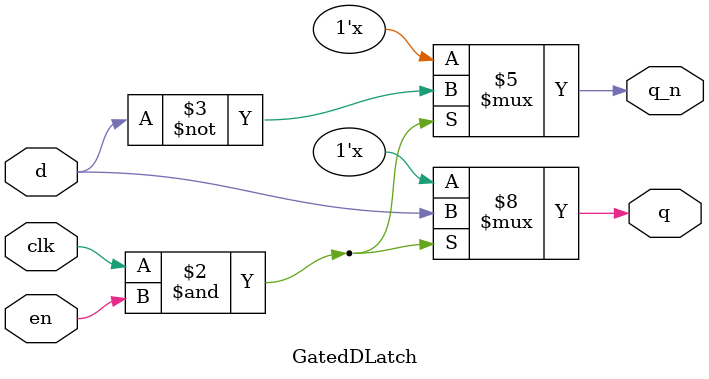
<source format=v>
`timescale 1ns / 1ps


module GatedDLatch(
    input wire clk,
    input wire d,
    input wire en,
    output reg q,
    output reg q_n
    );
    
    always @(clk) begin
        if (clk & en) begin
            q = d;
            q_n = ~q;
        end
    end 
    
endmodule

</source>
